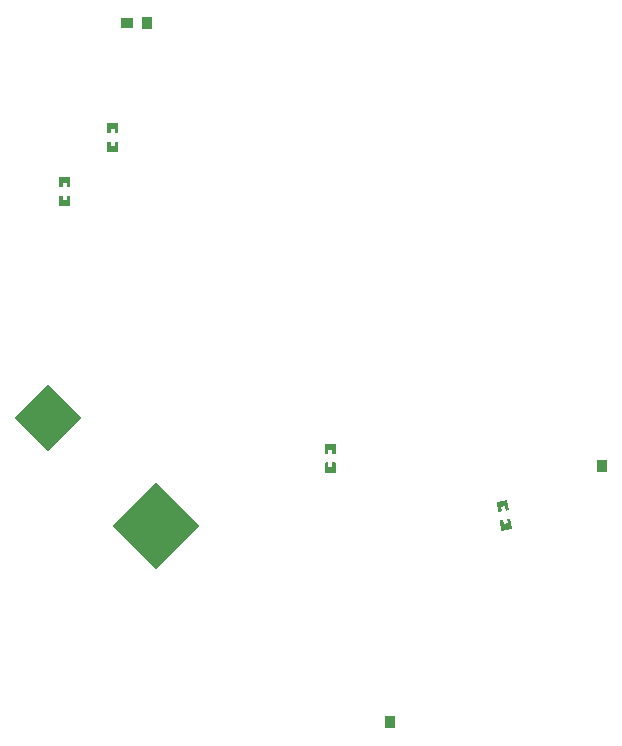
<source format=gtp>
G04 Layer: TopPasteMaskLayer*
G04 EasyEDA v6.5.42, 2024-06-01 20:13:01*
G04 56b61418f79f422a81827ce91bc8f804,a42f065a0689404bb1480e5e311d6757,10*
G04 Gerber Generator version 0.2*
G04 Scale: 100 percent, Rotated: No, Reflected: No *
G04 Dimensions in millimeters *
G04 leading zeros omitted , absolute positions ,4 integer and 5 decimal *
%FSLAX45Y45*%
%MOMM*%

%AMMACRO1*21,1,$1,$2,0,0,$3*%
%ADD10R,1.0000X0.8999*%
%ADD11R,0.8999X1.0000*%
%ADD12MACRO1,4.0005X4.0005X-45.0000*%
%ADD13MACRO1,5.1994X5.1996X-44.9980*%

%LPD*%
G36*
X4455820Y3864406D02*
G01*
X4450791Y3859377D01*
X4450791Y3779418D01*
X4455820Y3774389D01*
X4535779Y3774389D01*
X4540808Y3779418D01*
X4540808Y3859377D01*
X4535779Y3864406D01*
X4513021Y3864406D01*
X4513021Y3827373D01*
X4480001Y3827373D01*
X4480001Y3864406D01*
G37*
G36*
X4455820Y4023410D02*
G01*
X4450791Y4018381D01*
X4450791Y3939387D01*
X4455820Y3934409D01*
X4480001Y3934409D01*
X4480001Y3972407D01*
X4513021Y3972407D01*
X4513021Y3934409D01*
X4535779Y3934409D01*
X4540808Y3939387D01*
X4540808Y4018381D01*
X4535779Y4023410D01*
G37*
G36*
X2614320Y6741210D02*
G01*
X2609291Y6736181D01*
X2609291Y6656222D01*
X2614320Y6651193D01*
X2637078Y6651193D01*
X2637078Y6688226D01*
X2670098Y6688226D01*
X2670098Y6651193D01*
X2694279Y6651193D01*
X2699308Y6656222D01*
X2699308Y6736181D01*
X2694279Y6741210D01*
G37*
G36*
X2614320Y6581190D02*
G01*
X2609291Y6576212D01*
X2609291Y6497218D01*
X2614320Y6492189D01*
X2694279Y6492189D01*
X2699308Y6497218D01*
X2699308Y6576212D01*
X2694279Y6581190D01*
X2670098Y6581190D01*
X2670098Y6543192D01*
X2637078Y6543192D01*
X2637078Y6581190D01*
G37*
G36*
X6013907Y3388461D02*
G01*
X5991402Y3384905D01*
X5997194Y3348380D01*
X5964580Y3343198D01*
X5958789Y3379774D01*
X5934913Y3375964D01*
X5930747Y3370224D01*
X5943244Y3291230D01*
X5948984Y3287064D01*
X6027978Y3299612D01*
X6032144Y3305301D01*
X6019647Y3384346D01*
G37*
G36*
X5989015Y3545535D02*
G01*
X5910021Y3532987D01*
X5905855Y3527298D01*
X5918200Y3449269D01*
X5923940Y3445103D01*
X5947867Y3448913D01*
X5941923Y3486404D01*
X5974486Y3491585D01*
X5980430Y3454044D01*
X6002934Y3457600D01*
X6007100Y3463340D01*
X5994755Y3541369D01*
G37*
G36*
X2207920Y6284010D02*
G01*
X2202891Y6278981D01*
X2202891Y6199022D01*
X2207920Y6193993D01*
X2230678Y6193993D01*
X2230678Y6231026D01*
X2263698Y6231026D01*
X2263698Y6193993D01*
X2287879Y6193993D01*
X2292908Y6199022D01*
X2292908Y6278981D01*
X2287879Y6284010D01*
G37*
G36*
X2207920Y6123990D02*
G01*
X2202891Y6119012D01*
X2202891Y6040018D01*
X2207920Y6034989D01*
X2287879Y6034989D01*
X2292908Y6040018D01*
X2292908Y6119012D01*
X2287879Y6123990D01*
X2263698Y6123990D01*
X2263698Y6085992D01*
X2230678Y6085992D01*
X2230678Y6123990D01*
G37*
D10*
G01*
X2772503Y7581900D03*
D11*
G01*
X2942506Y7581900D03*
G01*
X6798393Y3835400D03*
G01*
X4999906Y1663700D03*
D12*
G01*
X2108200Y4241800D03*
D13*
G01*
X3024174Y3325812D03*
M02*

</source>
